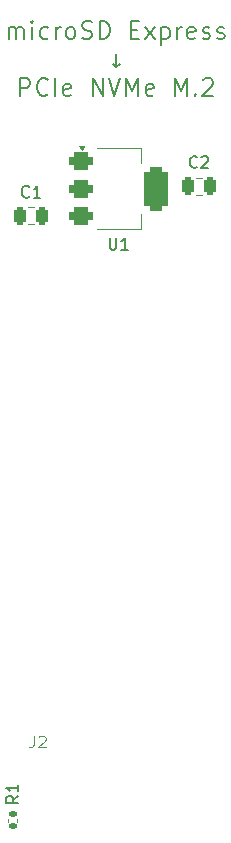
<source format=gto>
%TF.GenerationSoftware,KiCad,Pcbnew,9.0.1*%
%TF.CreationDate,2025-04-25T13:26:34+02:00*%
%TF.ProjectId,m2-e-usdex,6d322d65-2d75-4736-9465-782e6b696361,rev?*%
%TF.SameCoordinates,Original*%
%TF.FileFunction,Legend,Top*%
%TF.FilePolarity,Positive*%
%FSLAX46Y46*%
G04 Gerber Fmt 4.6, Leading zero omitted, Abs format (unit mm)*
G04 Created by KiCad (PCBNEW 9.0.1) date 2025-04-25 13:26:34*
%MOMM*%
%LPD*%
G01*
G04 APERTURE LIST*
G04 Aperture macros list*
%AMRoundRect*
0 Rectangle with rounded corners*
0 $1 Rounding radius*
0 $2 $3 $4 $5 $6 $7 $8 $9 X,Y pos of 4 corners*
0 Add a 4 corners polygon primitive as box body*
4,1,4,$2,$3,$4,$5,$6,$7,$8,$9,$2,$3,0*
0 Add four circle primitives for the rounded corners*
1,1,$1+$1,$2,$3*
1,1,$1+$1,$4,$5*
1,1,$1+$1,$6,$7*
1,1,$1+$1,$8,$9*
0 Add four rect primitives between the rounded corners*
20,1,$1+$1,$2,$3,$4,$5,0*
20,1,$1+$1,$4,$5,$6,$7,0*
20,1,$1+$1,$6,$7,$8,$9,0*
20,1,$1+$1,$8,$9,$2,$3,0*%
G04 Aperture macros list end*
%ADD10C,0.187500*%
%ADD11C,0.150000*%
%ADD12C,0.100000*%
%ADD13C,0.120000*%
%ADD14RoundRect,0.250000X-0.250000X-0.475000X0.250000X-0.475000X0.250000X0.475000X-0.250000X0.475000X0*%
%ADD15RoundRect,0.135000X-0.185000X0.135000X-0.185000X-0.135000X0.185000X-0.135000X0.185000X0.135000X0*%
%ADD16RoundRect,0.375000X-0.625000X-0.375000X0.625000X-0.375000X0.625000X0.375000X-0.625000X0.375000X0*%
%ADD17RoundRect,0.500000X-0.500000X-1.400000X0.500000X-1.400000X0.500000X1.400000X-0.500000X1.400000X0*%
%ADD18R,0.350000X1.450000*%
%ADD19C,5.000000*%
%ADD20RoundRect,0.250000X0.250000X0.475000X-0.250000X0.475000X-0.250000X-0.475000X0.250000X-0.475000X0*%
%ADD21R,0.700000X1.200000*%
%ADD22R,1.100000X2.100000*%
G04 APERTURE END LIST*
D10*
X260142857Y-64476846D02*
X260142857Y-63476846D01*
X260142857Y-63619703D02*
X260214286Y-63548275D01*
X260214286Y-63548275D02*
X260357143Y-63476846D01*
X260357143Y-63476846D02*
X260571429Y-63476846D01*
X260571429Y-63476846D02*
X260714286Y-63548275D01*
X260714286Y-63548275D02*
X260785715Y-63691132D01*
X260785715Y-63691132D02*
X260785715Y-64476846D01*
X260785715Y-63691132D02*
X260857143Y-63548275D01*
X260857143Y-63548275D02*
X261000000Y-63476846D01*
X261000000Y-63476846D02*
X261214286Y-63476846D01*
X261214286Y-63476846D02*
X261357143Y-63548275D01*
X261357143Y-63548275D02*
X261428572Y-63691132D01*
X261428572Y-63691132D02*
X261428572Y-64476846D01*
X262142857Y-64476846D02*
X262142857Y-63476846D01*
X262142857Y-62976846D02*
X262071429Y-63048275D01*
X262071429Y-63048275D02*
X262142857Y-63119703D01*
X262142857Y-63119703D02*
X262214286Y-63048275D01*
X262214286Y-63048275D02*
X262142857Y-62976846D01*
X262142857Y-62976846D02*
X262142857Y-63119703D01*
X263500001Y-64405418D02*
X263357143Y-64476846D01*
X263357143Y-64476846D02*
X263071429Y-64476846D01*
X263071429Y-64476846D02*
X262928572Y-64405418D01*
X262928572Y-64405418D02*
X262857143Y-64333989D01*
X262857143Y-64333989D02*
X262785715Y-64191132D01*
X262785715Y-64191132D02*
X262785715Y-63762560D01*
X262785715Y-63762560D02*
X262857143Y-63619703D01*
X262857143Y-63619703D02*
X262928572Y-63548275D01*
X262928572Y-63548275D02*
X263071429Y-63476846D01*
X263071429Y-63476846D02*
X263357143Y-63476846D01*
X263357143Y-63476846D02*
X263500001Y-63548275D01*
X264142857Y-64476846D02*
X264142857Y-63476846D01*
X264142857Y-63762560D02*
X264214286Y-63619703D01*
X264214286Y-63619703D02*
X264285715Y-63548275D01*
X264285715Y-63548275D02*
X264428572Y-63476846D01*
X264428572Y-63476846D02*
X264571429Y-63476846D01*
X265285714Y-64476846D02*
X265142857Y-64405418D01*
X265142857Y-64405418D02*
X265071428Y-64333989D01*
X265071428Y-64333989D02*
X265000000Y-64191132D01*
X265000000Y-64191132D02*
X265000000Y-63762560D01*
X265000000Y-63762560D02*
X265071428Y-63619703D01*
X265071428Y-63619703D02*
X265142857Y-63548275D01*
X265142857Y-63548275D02*
X265285714Y-63476846D01*
X265285714Y-63476846D02*
X265500000Y-63476846D01*
X265500000Y-63476846D02*
X265642857Y-63548275D01*
X265642857Y-63548275D02*
X265714286Y-63619703D01*
X265714286Y-63619703D02*
X265785714Y-63762560D01*
X265785714Y-63762560D02*
X265785714Y-64191132D01*
X265785714Y-64191132D02*
X265714286Y-64333989D01*
X265714286Y-64333989D02*
X265642857Y-64405418D01*
X265642857Y-64405418D02*
X265500000Y-64476846D01*
X265500000Y-64476846D02*
X265285714Y-64476846D01*
X266357143Y-64405418D02*
X266571429Y-64476846D01*
X266571429Y-64476846D02*
X266928571Y-64476846D01*
X266928571Y-64476846D02*
X267071429Y-64405418D01*
X267071429Y-64405418D02*
X267142857Y-64333989D01*
X267142857Y-64333989D02*
X267214286Y-64191132D01*
X267214286Y-64191132D02*
X267214286Y-64048275D01*
X267214286Y-64048275D02*
X267142857Y-63905418D01*
X267142857Y-63905418D02*
X267071429Y-63833989D01*
X267071429Y-63833989D02*
X266928571Y-63762560D01*
X266928571Y-63762560D02*
X266642857Y-63691132D01*
X266642857Y-63691132D02*
X266500000Y-63619703D01*
X266500000Y-63619703D02*
X266428571Y-63548275D01*
X266428571Y-63548275D02*
X266357143Y-63405418D01*
X266357143Y-63405418D02*
X266357143Y-63262560D01*
X266357143Y-63262560D02*
X266428571Y-63119703D01*
X266428571Y-63119703D02*
X266500000Y-63048275D01*
X266500000Y-63048275D02*
X266642857Y-62976846D01*
X266642857Y-62976846D02*
X267000000Y-62976846D01*
X267000000Y-62976846D02*
X267214286Y-63048275D01*
X267857142Y-64476846D02*
X267857142Y-62976846D01*
X267857142Y-62976846D02*
X268214285Y-62976846D01*
X268214285Y-62976846D02*
X268428571Y-63048275D01*
X268428571Y-63048275D02*
X268571428Y-63191132D01*
X268571428Y-63191132D02*
X268642857Y-63333989D01*
X268642857Y-63333989D02*
X268714285Y-63619703D01*
X268714285Y-63619703D02*
X268714285Y-63833989D01*
X268714285Y-63833989D02*
X268642857Y-64119703D01*
X268642857Y-64119703D02*
X268571428Y-64262560D01*
X268571428Y-64262560D02*
X268428571Y-64405418D01*
X268428571Y-64405418D02*
X268214285Y-64476846D01*
X268214285Y-64476846D02*
X267857142Y-64476846D01*
X270499999Y-63691132D02*
X270999999Y-63691132D01*
X271214285Y-64476846D02*
X270499999Y-64476846D01*
X270499999Y-64476846D02*
X270499999Y-62976846D01*
X270499999Y-62976846D02*
X271214285Y-62976846D01*
X271714285Y-64476846D02*
X272500000Y-63476846D01*
X271714285Y-63476846D02*
X272500000Y-64476846D01*
X273071428Y-63476846D02*
X273071428Y-64976846D01*
X273071428Y-63548275D02*
X273214286Y-63476846D01*
X273214286Y-63476846D02*
X273500000Y-63476846D01*
X273500000Y-63476846D02*
X273642857Y-63548275D01*
X273642857Y-63548275D02*
X273714286Y-63619703D01*
X273714286Y-63619703D02*
X273785714Y-63762560D01*
X273785714Y-63762560D02*
X273785714Y-64191132D01*
X273785714Y-64191132D02*
X273714286Y-64333989D01*
X273714286Y-64333989D02*
X273642857Y-64405418D01*
X273642857Y-64405418D02*
X273500000Y-64476846D01*
X273500000Y-64476846D02*
X273214286Y-64476846D01*
X273214286Y-64476846D02*
X273071428Y-64405418D01*
X274428571Y-64476846D02*
X274428571Y-63476846D01*
X274428571Y-63762560D02*
X274500000Y-63619703D01*
X274500000Y-63619703D02*
X274571429Y-63548275D01*
X274571429Y-63548275D02*
X274714286Y-63476846D01*
X274714286Y-63476846D02*
X274857143Y-63476846D01*
X275928571Y-64405418D02*
X275785714Y-64476846D01*
X275785714Y-64476846D02*
X275500000Y-64476846D01*
X275500000Y-64476846D02*
X275357142Y-64405418D01*
X275357142Y-64405418D02*
X275285714Y-64262560D01*
X275285714Y-64262560D02*
X275285714Y-63691132D01*
X275285714Y-63691132D02*
X275357142Y-63548275D01*
X275357142Y-63548275D02*
X275500000Y-63476846D01*
X275500000Y-63476846D02*
X275785714Y-63476846D01*
X275785714Y-63476846D02*
X275928571Y-63548275D01*
X275928571Y-63548275D02*
X276000000Y-63691132D01*
X276000000Y-63691132D02*
X276000000Y-63833989D01*
X276000000Y-63833989D02*
X275285714Y-63976846D01*
X276571428Y-64405418D02*
X276714285Y-64476846D01*
X276714285Y-64476846D02*
X276999999Y-64476846D01*
X276999999Y-64476846D02*
X277142856Y-64405418D01*
X277142856Y-64405418D02*
X277214285Y-64262560D01*
X277214285Y-64262560D02*
X277214285Y-64191132D01*
X277214285Y-64191132D02*
X277142856Y-64048275D01*
X277142856Y-64048275D02*
X276999999Y-63976846D01*
X276999999Y-63976846D02*
X276785714Y-63976846D01*
X276785714Y-63976846D02*
X276642856Y-63905418D01*
X276642856Y-63905418D02*
X276571428Y-63762560D01*
X276571428Y-63762560D02*
X276571428Y-63691132D01*
X276571428Y-63691132D02*
X276642856Y-63548275D01*
X276642856Y-63548275D02*
X276785714Y-63476846D01*
X276785714Y-63476846D02*
X276999999Y-63476846D01*
X276999999Y-63476846D02*
X277142856Y-63548275D01*
X277785714Y-64405418D02*
X277928571Y-64476846D01*
X277928571Y-64476846D02*
X278214285Y-64476846D01*
X278214285Y-64476846D02*
X278357142Y-64405418D01*
X278357142Y-64405418D02*
X278428571Y-64262560D01*
X278428571Y-64262560D02*
X278428571Y-64191132D01*
X278428571Y-64191132D02*
X278357142Y-64048275D01*
X278357142Y-64048275D02*
X278214285Y-63976846D01*
X278214285Y-63976846D02*
X278000000Y-63976846D01*
X278000000Y-63976846D02*
X277857142Y-63905418D01*
X277857142Y-63905418D02*
X277785714Y-63762560D01*
X277785714Y-63762560D02*
X277785714Y-63691132D01*
X277785714Y-63691132D02*
X277857142Y-63548275D01*
X277857142Y-63548275D02*
X278000000Y-63476846D01*
X278000000Y-63476846D02*
X278214285Y-63476846D01*
X278214285Y-63476846D02*
X278357142Y-63548275D01*
X269250000Y-65748905D02*
X269250000Y-66891762D01*
X269535714Y-66606048D02*
X269250000Y-66891762D01*
X269250000Y-66891762D02*
X268964286Y-66606048D01*
X261107142Y-69306678D02*
X261107142Y-67806678D01*
X261107142Y-67806678D02*
X261678571Y-67806678D01*
X261678571Y-67806678D02*
X261821428Y-67878107D01*
X261821428Y-67878107D02*
X261892857Y-67949535D01*
X261892857Y-67949535D02*
X261964285Y-68092392D01*
X261964285Y-68092392D02*
X261964285Y-68306678D01*
X261964285Y-68306678D02*
X261892857Y-68449535D01*
X261892857Y-68449535D02*
X261821428Y-68520964D01*
X261821428Y-68520964D02*
X261678571Y-68592392D01*
X261678571Y-68592392D02*
X261107142Y-68592392D01*
X263464285Y-69163821D02*
X263392857Y-69235250D01*
X263392857Y-69235250D02*
X263178571Y-69306678D01*
X263178571Y-69306678D02*
X263035714Y-69306678D01*
X263035714Y-69306678D02*
X262821428Y-69235250D01*
X262821428Y-69235250D02*
X262678571Y-69092392D01*
X262678571Y-69092392D02*
X262607142Y-68949535D01*
X262607142Y-68949535D02*
X262535714Y-68663821D01*
X262535714Y-68663821D02*
X262535714Y-68449535D01*
X262535714Y-68449535D02*
X262607142Y-68163821D01*
X262607142Y-68163821D02*
X262678571Y-68020964D01*
X262678571Y-68020964D02*
X262821428Y-67878107D01*
X262821428Y-67878107D02*
X263035714Y-67806678D01*
X263035714Y-67806678D02*
X263178571Y-67806678D01*
X263178571Y-67806678D02*
X263392857Y-67878107D01*
X263392857Y-67878107D02*
X263464285Y-67949535D01*
X264107142Y-69306678D02*
X264107142Y-67806678D01*
X265392857Y-69235250D02*
X265250000Y-69306678D01*
X265250000Y-69306678D02*
X264964286Y-69306678D01*
X264964286Y-69306678D02*
X264821428Y-69235250D01*
X264821428Y-69235250D02*
X264750000Y-69092392D01*
X264750000Y-69092392D02*
X264750000Y-68520964D01*
X264750000Y-68520964D02*
X264821428Y-68378107D01*
X264821428Y-68378107D02*
X264964286Y-68306678D01*
X264964286Y-68306678D02*
X265250000Y-68306678D01*
X265250000Y-68306678D02*
X265392857Y-68378107D01*
X265392857Y-68378107D02*
X265464286Y-68520964D01*
X265464286Y-68520964D02*
X265464286Y-68663821D01*
X265464286Y-68663821D02*
X264750000Y-68806678D01*
X267249999Y-69306678D02*
X267249999Y-67806678D01*
X267249999Y-67806678D02*
X268107142Y-69306678D01*
X268107142Y-69306678D02*
X268107142Y-67806678D01*
X268607143Y-67806678D02*
X269107143Y-69306678D01*
X269107143Y-69306678D02*
X269607143Y-67806678D01*
X270107142Y-69306678D02*
X270107142Y-67806678D01*
X270107142Y-67806678D02*
X270607142Y-68878107D01*
X270607142Y-68878107D02*
X271107142Y-67806678D01*
X271107142Y-67806678D02*
X271107142Y-69306678D01*
X272392857Y-69235250D02*
X272250000Y-69306678D01*
X272250000Y-69306678D02*
X271964286Y-69306678D01*
X271964286Y-69306678D02*
X271821428Y-69235250D01*
X271821428Y-69235250D02*
X271750000Y-69092392D01*
X271750000Y-69092392D02*
X271750000Y-68520964D01*
X271750000Y-68520964D02*
X271821428Y-68378107D01*
X271821428Y-68378107D02*
X271964286Y-68306678D01*
X271964286Y-68306678D02*
X272250000Y-68306678D01*
X272250000Y-68306678D02*
X272392857Y-68378107D01*
X272392857Y-68378107D02*
X272464286Y-68520964D01*
X272464286Y-68520964D02*
X272464286Y-68663821D01*
X272464286Y-68663821D02*
X271750000Y-68806678D01*
X274249999Y-69306678D02*
X274249999Y-67806678D01*
X274249999Y-67806678D02*
X274749999Y-68878107D01*
X274749999Y-68878107D02*
X275249999Y-67806678D01*
X275249999Y-67806678D02*
X275249999Y-69306678D01*
X275964285Y-69163821D02*
X276035714Y-69235250D01*
X276035714Y-69235250D02*
X275964285Y-69306678D01*
X275964285Y-69306678D02*
X275892857Y-69235250D01*
X275892857Y-69235250D02*
X275964285Y-69163821D01*
X275964285Y-69163821D02*
X275964285Y-69306678D01*
X276607143Y-67949535D02*
X276678571Y-67878107D01*
X276678571Y-67878107D02*
X276821429Y-67806678D01*
X276821429Y-67806678D02*
X277178571Y-67806678D01*
X277178571Y-67806678D02*
X277321429Y-67878107D01*
X277321429Y-67878107D02*
X277392857Y-67949535D01*
X277392857Y-67949535D02*
X277464286Y-68092392D01*
X277464286Y-68092392D02*
X277464286Y-68235250D01*
X277464286Y-68235250D02*
X277392857Y-68449535D01*
X277392857Y-68449535D02*
X276535714Y-69306678D01*
X276535714Y-69306678D02*
X277464286Y-69306678D01*
D11*
X276083333Y-75309580D02*
X276035714Y-75357200D01*
X276035714Y-75357200D02*
X275892857Y-75404819D01*
X275892857Y-75404819D02*
X275797619Y-75404819D01*
X275797619Y-75404819D02*
X275654762Y-75357200D01*
X275654762Y-75357200D02*
X275559524Y-75261961D01*
X275559524Y-75261961D02*
X275511905Y-75166723D01*
X275511905Y-75166723D02*
X275464286Y-74976247D01*
X275464286Y-74976247D02*
X275464286Y-74833390D01*
X275464286Y-74833390D02*
X275511905Y-74642914D01*
X275511905Y-74642914D02*
X275559524Y-74547676D01*
X275559524Y-74547676D02*
X275654762Y-74452438D01*
X275654762Y-74452438D02*
X275797619Y-74404819D01*
X275797619Y-74404819D02*
X275892857Y-74404819D01*
X275892857Y-74404819D02*
X276035714Y-74452438D01*
X276035714Y-74452438D02*
X276083333Y-74500057D01*
X276464286Y-74500057D02*
X276511905Y-74452438D01*
X276511905Y-74452438D02*
X276607143Y-74404819D01*
X276607143Y-74404819D02*
X276845238Y-74404819D01*
X276845238Y-74404819D02*
X276940476Y-74452438D01*
X276940476Y-74452438D02*
X276988095Y-74500057D01*
X276988095Y-74500057D02*
X277035714Y-74595295D01*
X277035714Y-74595295D02*
X277035714Y-74690533D01*
X277035714Y-74690533D02*
X276988095Y-74833390D01*
X276988095Y-74833390D02*
X276416667Y-75404819D01*
X276416667Y-75404819D02*
X277035714Y-75404819D01*
X260954819Y-128566666D02*
X260478628Y-128899999D01*
X260954819Y-129138094D02*
X259954819Y-129138094D01*
X259954819Y-129138094D02*
X259954819Y-128757142D01*
X259954819Y-128757142D02*
X260002438Y-128661904D01*
X260002438Y-128661904D02*
X260050057Y-128614285D01*
X260050057Y-128614285D02*
X260145295Y-128566666D01*
X260145295Y-128566666D02*
X260288152Y-128566666D01*
X260288152Y-128566666D02*
X260383390Y-128614285D01*
X260383390Y-128614285D02*
X260431009Y-128661904D01*
X260431009Y-128661904D02*
X260478628Y-128757142D01*
X260478628Y-128757142D02*
X260478628Y-129138094D01*
X260954819Y-127614285D02*
X260954819Y-128185713D01*
X260954819Y-127899999D02*
X259954819Y-127899999D01*
X259954819Y-127899999D02*
X260097676Y-127995237D01*
X260097676Y-127995237D02*
X260192914Y-128090475D01*
X260192914Y-128090475D02*
X260240533Y-128185713D01*
X268688095Y-81304819D02*
X268688095Y-82114342D01*
X268688095Y-82114342D02*
X268735714Y-82209580D01*
X268735714Y-82209580D02*
X268783333Y-82257200D01*
X268783333Y-82257200D02*
X268878571Y-82304819D01*
X268878571Y-82304819D02*
X269069047Y-82304819D01*
X269069047Y-82304819D02*
X269164285Y-82257200D01*
X269164285Y-82257200D02*
X269211904Y-82209580D01*
X269211904Y-82209580D02*
X269259523Y-82114342D01*
X269259523Y-82114342D02*
X269259523Y-81304819D01*
X270259523Y-82304819D02*
X269688095Y-82304819D01*
X269973809Y-82304819D02*
X269973809Y-81304819D01*
X269973809Y-81304819D02*
X269878571Y-81447676D01*
X269878571Y-81447676D02*
X269783333Y-81542914D01*
X269783333Y-81542914D02*
X269688095Y-81590533D01*
X261883333Y-77809580D02*
X261835714Y-77857200D01*
X261835714Y-77857200D02*
X261692857Y-77904819D01*
X261692857Y-77904819D02*
X261597619Y-77904819D01*
X261597619Y-77904819D02*
X261454762Y-77857200D01*
X261454762Y-77857200D02*
X261359524Y-77761961D01*
X261359524Y-77761961D02*
X261311905Y-77666723D01*
X261311905Y-77666723D02*
X261264286Y-77476247D01*
X261264286Y-77476247D02*
X261264286Y-77333390D01*
X261264286Y-77333390D02*
X261311905Y-77142914D01*
X261311905Y-77142914D02*
X261359524Y-77047676D01*
X261359524Y-77047676D02*
X261454762Y-76952438D01*
X261454762Y-76952438D02*
X261597619Y-76904819D01*
X261597619Y-76904819D02*
X261692857Y-76904819D01*
X261692857Y-76904819D02*
X261835714Y-76952438D01*
X261835714Y-76952438D02*
X261883333Y-77000057D01*
X262835714Y-77904819D02*
X262264286Y-77904819D01*
X262550000Y-77904819D02*
X262550000Y-76904819D01*
X262550000Y-76904819D02*
X262454762Y-77047676D01*
X262454762Y-77047676D02*
X262359524Y-77142914D01*
X262359524Y-77142914D02*
X262264286Y-77190533D01*
D12*
X262266666Y-123457419D02*
X262266666Y-124171704D01*
X262266666Y-124171704D02*
X262219047Y-124314561D01*
X262219047Y-124314561D02*
X262123809Y-124409800D01*
X262123809Y-124409800D02*
X261980952Y-124457419D01*
X261980952Y-124457419D02*
X261885714Y-124457419D01*
X262695238Y-123552657D02*
X262742857Y-123505038D01*
X262742857Y-123505038D02*
X262838095Y-123457419D01*
X262838095Y-123457419D02*
X263076190Y-123457419D01*
X263076190Y-123457419D02*
X263171428Y-123505038D01*
X263171428Y-123505038D02*
X263219047Y-123552657D01*
X263219047Y-123552657D02*
X263266666Y-123647895D01*
X263266666Y-123647895D02*
X263266666Y-123743133D01*
X263266666Y-123743133D02*
X263219047Y-123885990D01*
X263219047Y-123885990D02*
X262647619Y-124457419D01*
X262647619Y-124457419D02*
X263266666Y-124457419D01*
D13*
%TO.C,C2*%
X275988748Y-76215000D02*
X276511252Y-76215000D01*
X275988748Y-77685000D02*
X276511252Y-77685000D01*
%TO.C,R1*%
X260120000Y-130486359D02*
X260120000Y-130793641D01*
X260880000Y-130486359D02*
X260880000Y-130793641D01*
%TO.C,U1*%
X267600000Y-73740000D02*
X271360000Y-73740000D01*
X267600000Y-80560000D02*
X271360000Y-80560000D01*
X271360000Y-73740000D02*
X271360000Y-75000000D01*
X271360000Y-80560000D02*
X271360000Y-79300000D01*
X266320000Y-73840000D02*
X266080000Y-73510000D01*
X266560000Y-73510000D01*
X266320000Y-73840000D01*
G36*
X266320000Y-73840000D02*
G01*
X266080000Y-73510000D01*
X266560000Y-73510000D01*
X266320000Y-73840000D01*
G37*
%TO.C,C1*%
X262311252Y-78715000D02*
X261788748Y-78715000D01*
X262311252Y-80185000D02*
X261788748Y-80185000D01*
%TD*%
%LPC*%
D14*
%TO.C,C2*%
X275300000Y-76950000D03*
X277200000Y-76950000D03*
%TD*%
D15*
%TO.C,R1*%
X260500000Y-130130000D03*
X260500000Y-131150000D03*
%TD*%
D16*
%TO.C,U1*%
X266300000Y-74850000D03*
X266300000Y-77150000D03*
D17*
X272600000Y-77150000D03*
D16*
X266300000Y-79450000D03*
%TD*%
D18*
%TO.C,J1*%
X278500000Y-135500000D03*
X278000000Y-135500000D03*
X277500000Y-135500000D03*
X277000000Y-135500000D03*
X276500000Y-135500000D03*
X276000000Y-135500000D03*
X275500000Y-135500000D03*
X275000000Y-135500000D03*
X274500000Y-135500000D03*
X274000000Y-135500000D03*
X273500000Y-135500000D03*
X273000000Y-135500000D03*
X272500000Y-135500000D03*
X272000000Y-135500000D03*
X271500000Y-135500000D03*
X271000000Y-135500000D03*
X270500000Y-135500000D03*
X270000000Y-135500000D03*
X269500000Y-135500000D03*
X269000000Y-135500000D03*
X268500000Y-135500000D03*
X268000000Y-135500000D03*
X267500000Y-135500000D03*
X267000000Y-135500000D03*
X266500000Y-135500000D03*
X266000000Y-135500000D03*
X265500000Y-135500000D03*
X265000000Y-135500000D03*
X264500000Y-135500000D03*
X262000000Y-135500000D03*
X261500000Y-135500000D03*
X261000000Y-135500000D03*
X260500000Y-135500000D03*
X260000000Y-135500000D03*
D19*
X269250000Y-56775000D03*
%TD*%
D20*
%TO.C,C1*%
X263000000Y-79450000D03*
X261100000Y-79450000D03*
%TD*%
D21*
%TO.C,J2*%
X262890000Y-121700000D03*
X263990000Y-121700000D03*
X265090000Y-121700000D03*
X266190000Y-121700000D03*
X267290000Y-121700000D03*
D22*
X273500000Y-120850000D03*
X273500000Y-113650000D03*
X273500000Y-108150000D03*
D21*
X268390000Y-121700000D03*
D22*
X259800000Y-120850000D03*
X259800000Y-113650000D03*
X259800000Y-108150000D03*
D21*
X269490000Y-121700000D03*
X270590000Y-121700000D03*
X262930000Y-107700000D03*
X264990000Y-107700000D03*
X265900000Y-107700000D03*
X266810000Y-107700000D03*
X267720000Y-107700000D03*
X268630000Y-107700000D03*
X269540000Y-107700000D03*
X270450000Y-107700000D03*
X264080000Y-107700000D03*
X271690000Y-121700000D03*
%TD*%
%LPD*%
M02*

</source>
